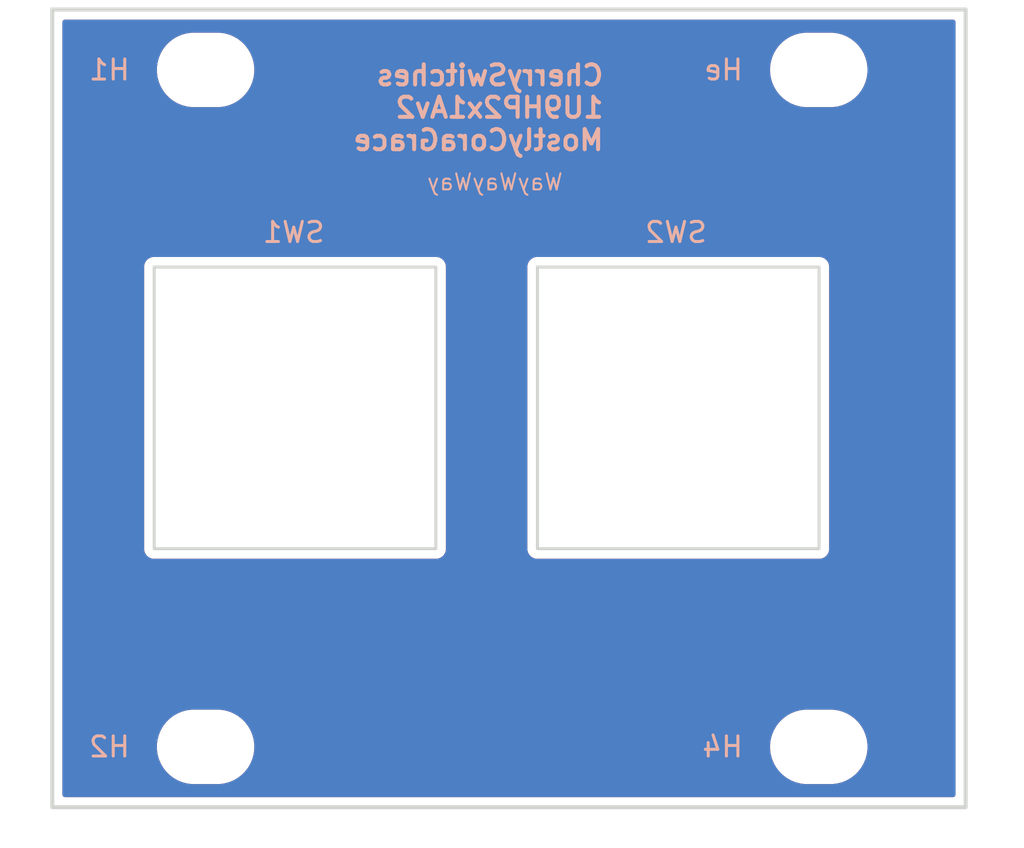
<source format=kicad_pcb>
(kicad_pcb (version 20241229) (generator "pcbnew") (generator_version "9.0")
  (layers (0 "F.Cu" signal) (2 "B.Cu" signal) (13 "F.Paste" user) (15 "B.Paste" user) (5 "F.SilkS" user "F.Silkscreen") (7 "B.SilkS" user "B.Silkscreen") (1 "F.Mask" user) (3 "B.Mask" user) (25 "Edge.Cuts" user))
  (net 0 "")
  (footprint "EXC:MountingHole_3.2mm_M3" (layer "F.Cu") (at 38.1 39.075)
    (property "Reference" "H4" (at -3.683 0 0) (layer "B.SilkS") (effects (justify left mirror)))
    (property "Value" "Eurorack_M3_MountingHole")
    (pad "" np_thru_hole oval (at 0 0) (size 4.34 3.2) (drill oval 4.34 3.2) (layers "*.Cu" "*.Mask"))
  )
  (footprint "EXC:MountingHole_3.2mm_M3" (layer "F.Cu") (at 7.62 39.075)
    (property "Reference" "H2" (at -3.683 0 0) (layer "B.SilkS") (effects (justify left mirror)))
    (property "Value" "Eurorack_M3_MountingHole")
    (pad "" np_thru_hole oval (at 0 0) (size 4.34 3.2) (drill oval 4.34 3.2) (layers "*.Cu" "*.Mask"))
  )
  (footprint "EXC:MountingHole_3.2mm_M3" (layer "F.Cu") (at 7.62 5.425)
    (property "Reference" "H1" (at -3.683 0 0) (layer "B.SilkS") (effects (justify left mirror)))
    (property "Value" "Eurorack_M3_MountingHole")
    (pad "" np_thru_hole oval (at 0 0) (size 4.34 3.2) (drill oval 4.34 3.2) (layers "*.Cu" "*.Mask"))
  )
  (footprint "EXC:MountingHole_3.2mm_M3" (layer "F.Cu") (at 38.1 5.425)
    (property "Reference" "He" (at -3.683 0 0) (layer "B.SilkS") (effects (justify left mirror)))
    (property "Value" "Eurorack_M3_MountingHole")
    (pad "" np_thru_hole oval (at 0 0) (size 4.34 3.2) (drill oval 4.34 3.2) (layers "*.Cu" "*.Mask"))
  )
  (footprint "EXC:SW_Cherry_MX_1.00u_Mount" (layer "F.Cu") (at 12.065 22.225)
    (property "Reference" "SW1" (at -0.065 -8.725 0) (layer "B.SilkS") (effects (justify mirror)))
    (property "Value" "SW_SPST_MOUNT")
    (fp_rect (start -7 -7) (end 7 7) (stroke (width 0.15)) (fill no) (layer "Edge.Cuts"))
  )
  (footprint "EXC:SW_Cherry_MX_1.00u_Mount" (layer "F.Cu") (at 31.115 22.225)
    (property "Reference" "SW2" (at -0.115 -8.725 0) (layer "B.SilkS") (effects (justify mirror)))
    (property "Value" "SW_SPST_MOUNT")
    (fp_rect (start -7 -7) (end 7 7) (stroke (width 0.15)) (fill no) (layer "Edge.Cuts"))
  )
  (gr_rect (start 0 2.425) (end 45.4 42.075) (stroke (width 0.2)) (fill no) (layer "Edge.Cuts"))
  (gr_text "WayWayWay" (at 22 11 0) (layer "B.SilkS") (effects (font (size 0.8 0.8) (thickness 0.1)) (justify mirror)))
  (gr_text "CherrySwitches\n1U9HP2x1Av2\nMostlyCoraGrace" (at 27.5 9.5 0) (layer "B.SilkS") (effects (font (size 1 1) (thickness 0.2) (bold yes)) (justify left bottom mirror)))
  (zone (net 0) (net_name "") (layer "F.Cu") (connect_pads (clearance 0.5)) (min_thickness 0.25) (fill yes (thermal_gap 0.5) (thermal_bridge_width 0.5) (island_removal_mode 1) (island_area_min 10))
    (polygon (pts (xy 0 2.5) (xy 45.5 2.5) (xy 45.5 42) (xy 0 42)))
  )
  (zone (net 0) (net_name "") (layer "B.Cu") (connect_pads (clearance 0.5)) (min_thickness 0.25) (fill yes (thermal_gap 0.5) (thermal_bridge_width 0.5) (island_removal_mode 1) (island_area_min 10))
    (polygon (pts (xy 0 2.5) (xy 45.5 2.5) (xy 45.5 42) (xy 0 42)))
  )
)
</source>
